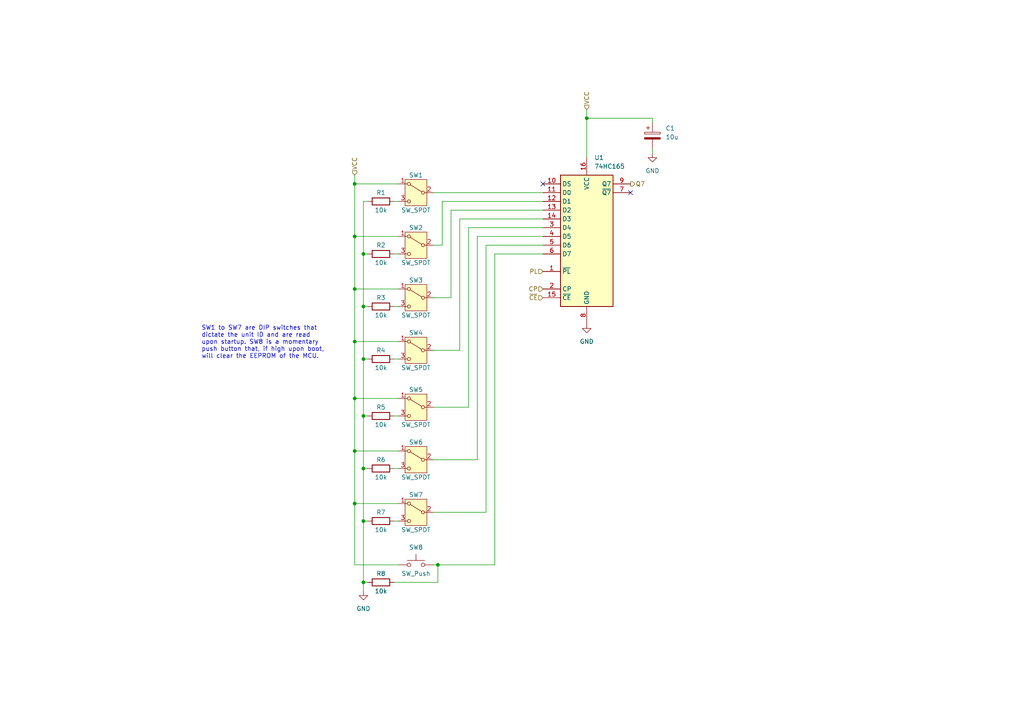
<source format=kicad_sch>
(kicad_sch (version 20230121) (generator eeschema)
  (paper "A4")
  (title_block (title "B1") (date "2024-02-01") (rev "1") (comment 2 "clear EEPROM memory if high at boot time.") (comment 3 "configure the unit ID by toggling the DIP switches. There is also a reset button that will") (comment 4 "The initial state register is used to read a B1 unit's ID upon first boot. The user can"))
  (lib_symbols
    (symbol "74xx:74HC165"
      (property "Reference" "U" (at -7.62 19.05 0))
      (property "Value" "74HC165" (at -7.62 -21.59 0))
      (symbol "74HC165_1_0"
        (pin input line (at -12.7 -10.16 0) (length 5.08) (name "~{PL}") (number "1"))
        (pin input line (at -12.7 15.24 0) (length 5.08) (name "DS") (number "10"))
        (pin input line (at -12.7 12.7 0) (length 5.08) (name "D0") (number "11"))
        (pin input line (at -12.7 10.16 0) (length 5.08) (name "D1") (number "12"))
        (pin input line (at -12.7 7.62 0) (length 5.08) (name "D2") (number "13"))
        (pin input line (at -12.7 5.08 0) (length 5.08) (name "D3") (number "14"))
        (pin input line (at -12.7 -17.78 0) (length 5.08) (name "~{CE}") (number "15"))
        (pin power_in line (at 0 22.86 270) (length 5.08) (name "VCC") (number "16"))
        (pin input line (at -12.7 -15.24 0) (length 5.08) (name "CP") (number "2"))
        (pin input line (at -12.7 2.54 0) (length 5.08) (name "D4") (number "3"))
        (pin input line (at -12.7 0 0) (length 5.08) (name "D5") (number "4"))
        (pin input line (at -12.7 -2.54 0) (length 5.08) (name "D6") (number "5"))
        (pin input line (at -12.7 -5.08 0) (length 5.08) (name "D7") (number "6"))
        (pin output line (at 12.7 12.7 180) (length 5.08) (name "~{Q7}") (number "7"))
        (pin power_in line (at 0 -25.4 90) (length 5.08) (name "GND") (number "8"))
        (pin output line (at 12.7 15.24 180) (length 5.08) (name "Q7") (number "9"))
      )
      (symbol "74HC165_1_1"
        (rectangle (start -7.62 17.78) (end 7.62 -20.32) (stroke (width 0.254)) (fill (type background)))
      )
    )
    (symbol "Device:C_Polarized" (pin_numbers hide) (pin_names (offset 0.254))
      (property "Reference" "C" (at 0.635 2.54 0))
      (property "Value" "C_Polarized" (at 0.635 -2.54 0))
      (symbol "C_Polarized_0_1"
        (rectangle (start -2.286 0.508) (end 2.286 1.016))
        (polyline (pts (xy -1.778 2.286) (xy -0.762 2.286)))
        (polyline (pts (xy -1.27 2.794) (xy -1.27 1.778)))
        (rectangle (start 2.286 -0.508) (end -2.286 -1.016) (fill (type outline)))
      )
      (symbol "C_Polarized_1_1"
        (pin passive line (at 0 3.81 270) (length 2.794) (name "~") (number "1"))
        (pin passive line (at 0 -3.81 90) (length 2.794) (name "~") (number "2"))
      )
    )
    (symbol "Device:R" (pin_numbers hide) (pin_names (offset 0))
      (property "Reference" "R" (at 2.032 0 90))
      (property "Value" "R" (at 0 0 90))
      (symbol "R_0_1"
        (rectangle (start -1.016 -2.54) (end 1.016 2.54) (stroke (width 0.254)))
      )
      (symbol "R_1_1"
        (pin passive line (at 0 3.81 270) (length 1.27) (name "~") (number "1"))
        (pin passive line (at 0 -3.81 90) (length 1.27) (name "~") (number "2"))
      )
    )
    (symbol "Switch:SW_Push" (pin_numbers hide) (pin_names (offset 1.016) hide)
      (property "Reference" "SW" (at 1.27 2.54 0))
      (property "Value" "SW_Push" (at 0 -1.524 0))
      (symbol "SW_Push_0_1"
        (circle (center -2.032 0) (radius 0.508))
        (polyline (pts (xy 0 1.27) (xy 0 3.048)))
        (polyline (pts (xy 2.54 1.27) (xy -2.54 1.27)))
        (circle (center 2.032 0) (radius 0.508))
        (pin passive line (at -5.08 0 0) (length 2.54) (name "1") (number "1"))
        (pin passive line (at 5.08 0 180) (length 2.54) (name "2") (number "2"))
      )
    )
    (symbol "Switch:SW_SPDT" (pin_names (offset 0) hide)
      (property "Reference" "SW" (at 0 5.08 0))
      (property "Value" "SW_SPDT" (at 0 -5.08 0))
      (symbol "SW_SPDT_0_1"
        (circle (center -2.032 0) (radius 0.4572))
        (polyline (pts (xy -1.651 0.254) (xy 1.651 2.286)))
        (circle (center 2.032 -2.54) (radius 0.4572))
        (circle (center 2.032 2.54) (radius 0.4572))
      )
      (symbol "SW_SPDT_1_1"
        (rectangle (start -3.175 3.81) (end 3.175 -3.81) (fill (type background)))
        (pin passive line (at 5.08 2.54 180) (length 2.54) (name "A") (number "1"))
        (pin passive line (at -5.08 0 0) (length 2.54) (name "B") (number "2"))
        (pin passive line (at 5.08 -2.54 180) (length 2.54) (name "C") (number "3"))
      )
    )
    (symbol "power:GND" (power) (pin_names (offset 0))
      (property "Value" "GND" (at 0 -3.81 0))
      (symbol "GND_0_1"
        (polyline (pts (xy 0 0) (xy 0 -1.27) (xy 1.27 -1.27) (xy 0 -2.54) (xy -1.27 -1.27) (xy 0 -1.27)))
      )
      (symbol "GND_1_1"
        (pin power_in line (at 0 0 270) (length 0) hide (name "GND") (number "1"))
      )
    )
  )
  (junction (at 105.41 73.66))
  (junction (at 102.87 53.34))
  (junction (at 105.41 151.13))
  (junction (at 102.87 115.57))
  (junction (at 102.87 130.81))
  (junction (at 102.87 83.82))
  (junction (at 102.87 146.05))
  (junction (at 102.87 99.06))
  (junction (at 105.41 104.14))
  (junction (at 170.18 34.29))
  (junction (at 105.41 120.65))
  (junction (at 105.41 135.89))
  (junction (at 105.41 168.91))
  (junction (at 102.87 68.58))
  (junction (at 105.41 88.9))
  (junction (at 127 163.83))
  (no_connect (at 157.48 53.34))
  (no_connect (at 182.88 55.88))
  (wire (pts (xy 125.73 71.12) (xy 128.27 71.12)))
  (wire (pts (xy 102.87 130.81) (xy 102.87 115.57)))
  (wire (pts (xy 128.27 58.42) (xy 157.48 58.42)))
  (wire (pts (xy 102.87 146.05) (xy 102.87 130.81)))
  (wire (pts (xy 102.87 83.82) (xy 102.87 68.58)))
  (wire (pts (xy 170.18 34.29) (xy 189.23 34.29)))
  (wire (pts (xy 140.97 71.12) (xy 157.48 71.12)))
  (wire (pts (xy 102.87 99.06) (xy 115.57 99.06)))
  (wire (pts (xy 125.73 86.36) (xy 130.81 86.36)))
  (wire (pts (xy 102.87 68.58) (xy 102.87 53.34)))
  (wire (pts (xy 143.51 73.66) (xy 157.48 73.66)))
  (wire (pts (xy 130.81 60.96) (xy 157.48 60.96)))
  (wire (pts (xy 125.73 55.88) (xy 157.48 55.88)))
  (wire (pts (xy 102.87 53.34) (xy 115.57 53.34)))
  (wire (pts (xy 102.87 99.06) (xy 102.87 83.82)))
  (wire (pts (xy 105.41 58.42) (xy 106.68 58.42)))
  (wire (pts (xy 105.41 88.9) (xy 106.68 88.9)))
  (wire (pts (xy 102.87 115.57) (xy 115.57 115.57)))
  (wire (pts (xy 102.87 163.83) (xy 102.87 146.05)))
  (wire (pts (xy 127 168.91) (xy 127 163.83)))
  (wire (pts (xy 170.18 31.75) (xy 170.18 34.29)))
  (wire (pts (xy 189.23 43.18) (xy 189.23 44.45)))
  (wire (pts (xy 125.73 133.35) (xy 138.43 133.35)))
  (wire (pts (xy 105.41 104.14) (xy 106.68 104.14)))
  (wire (pts (xy 105.41 135.89) (xy 105.41 151.13)))
  (wire (pts (xy 125.73 163.83) (xy 127 163.83)))
  (wire (pts (xy 105.41 104.14) (xy 105.41 120.65)))
  (wire (pts (xy 102.87 68.58) (xy 115.57 68.58)))
  (wire (pts (xy 133.35 63.5) (xy 157.48 63.5)))
  (wire (pts (xy 105.41 120.65) (xy 106.68 120.65)))
  (wire (pts (xy 143.51 163.83) (xy 143.51 73.66)))
  (wire (pts (xy 105.41 73.66) (xy 105.41 88.9)))
  (wire (pts (xy 125.73 118.11) (xy 135.89 118.11)))
  (wire (pts (xy 102.87 115.57) (xy 102.87 99.06)))
  (wire (pts (xy 130.81 86.36) (xy 130.81 60.96)))
  (wire (pts (xy 135.89 118.11) (xy 135.89 66.04)))
  (wire (pts (xy 114.3 120.65) (xy 115.57 120.65)))
  (wire (pts (xy 105.41 73.66) (xy 106.68 73.66)))
  (wire (pts (xy 189.23 34.29) (xy 189.23 35.56)))
  (wire (pts (xy 102.87 83.82) (xy 115.57 83.82)))
  (wire (pts (xy 135.89 66.04) (xy 157.48 66.04)))
  (wire (pts (xy 127 163.83) (xy 143.51 163.83)))
  (wire (pts (xy 114.3 58.42) (xy 115.57 58.42)))
  (wire (pts (xy 125.73 148.59) (xy 140.97 148.59)))
  (wire (pts (xy 133.35 101.6) (xy 133.35 63.5)))
  (wire (pts (xy 105.41 120.65) (xy 105.41 135.89)))
  (wire (pts (xy 114.3 104.14) (xy 115.57 104.14)))
  (wire (pts (xy 138.43 133.35) (xy 138.43 68.58)))
  (wire (pts (xy 105.41 151.13) (xy 105.41 168.91)))
  (wire (pts (xy 102.87 130.81) (xy 115.57 130.81)))
  (wire (pts (xy 138.43 68.58) (xy 157.48 68.58)))
  (wire (pts (xy 128.27 71.12) (xy 128.27 58.42)))
  (wire (pts (xy 170.18 34.29) (xy 170.18 45.72)))
  (wire (pts (xy 102.87 146.05) (xy 115.57 146.05)))
  (wire (pts (xy 105.41 135.89) (xy 106.68 135.89)))
  (wire (pts (xy 114.3 135.89) (xy 115.57 135.89)))
  (wire (pts (xy 114.3 88.9) (xy 115.57 88.9)))
  (wire (pts (xy 102.87 50.8) (xy 102.87 53.34)))
  (wire (pts (xy 125.73 101.6) (xy 133.35 101.6)))
  (wire (pts (xy 105.41 88.9) (xy 105.41 104.14)))
  (wire (pts (xy 115.57 163.83) (xy 102.87 163.83)))
  (wire (pts (xy 105.41 58.42) (xy 105.41 73.66)))
  (wire (pts (xy 140.97 148.59) (xy 140.97 71.12)))
  (wire (pts (xy 114.3 168.91) (xy 127 168.91)))
  (wire (pts (xy 114.3 73.66) (xy 115.57 73.66)))
  (wire (pts (xy 105.41 168.91) (xy 106.68 168.91)))
  (wire (pts (xy 105.41 151.13) (xy 106.68 151.13)))
  (wire (pts (xy 114.3 151.13) (xy 115.57 151.13)))
  (wire (pts (xy 105.41 171.45) (xy 105.41 168.91)))
  (text "SW1 to SW7 are DIP switches that\ndictate the unit ID and are read\nupon startup. SW8 is a momentary\npush button that, if high upon boot,\nwill clear the EEPROM of the MCU." (at 58.42 104.14 0) (effects (font (size 1.27 1.27)) (justify left bottom)))
  (hierarchical_label "PL" (shape input) (at 157.48 78.74 180))
  (hierarchical_label "VCC" (shape input) (at 170.18 31.75 90))
  (hierarchical_label "VCC" (shape input) (at 102.87 50.8 90))
  (hierarchical_label "~{CE}" (shape input) (at 157.48 86.36 180))
  (hierarchical_label "CP" (shape input) (at 157.48 83.82 180))
  (hierarchical_label "Q7" (shape output) (at 182.88 53.34 0))
  (symbol (lib_id "power:GND") (at 170.18 93.98 0) (unit 1)
    (property "Reference" "#PWR04" (effects hide))
    (property "Value" "GND" (at 170.18 99.06 0))
  )
  (symbol (lib_id "Switch:SW_SPDT") (at 120.65 148.59 0) (mirror y) (unit 1)
    (property "Reference" "SW7" (at 120.65 143.51 0))
    (property "Value" "SW_SPDT" (at 120.65 153.67 0))
  )
  (symbol (lib_id "Switch:SW_SPDT") (at 120.65 71.12 0) (mirror y) (unit 1)
    (property "Reference" "SW2" (at 120.65 66.04 0))
    (property "Value" "SW_SPDT" (at 120.65 76.2 0))
  )
  (symbol (lib_id "Device:C_Polarized") (at 189.23 39.37 0) (unit 1)
    (property "Reference" "C1" (at 193.04 37.211 0) (effects (justify left)))
    (property "Value" "10u" (at 193.04 39.751 0) (effects (justify left)))
  )
  (symbol (lib_id "Switch:SW_Push") (at 120.65 163.83 0) (unit 1)
    (property "Reference" "SW8" (at 120.65 158.75 0))
    (property "Value" "SW_Push" (at 120.65 166.37 0))
  )
  (symbol (lib_id "Device:R") (at 110.49 120.65 90) (unit 1)
    (property "Reference" "R5" (at 110.49 118.11 90))
    (property "Value" "10k" (at 110.49 123.19 90))
  )
  (symbol (lib_id "Device:R") (at 110.49 135.89 90) (unit 1)
    (property "Reference" "R6" (at 110.49 133.35 90))
    (property "Value" "10k" (at 110.49 138.43 90))
  )
  (symbol (lib_id "Device:R") (at 110.49 168.91 90) (unit 1)
    (property "Reference" "R8" (at 110.49 166.37 90))
    (property "Value" "10k" (at 110.49 171.45 90))
  )
  (symbol (lib_id "Device:R") (at 110.49 104.14 90) (unit 1)
    (property "Reference" "R4" (at 110.49 101.6 90))
    (property "Value" "10k" (at 110.49 106.68 90))
  )
  (symbol (lib_id "power:GND") (at 105.41 171.45 0) (unit 1)
    (property "Reference" "#PWR03" (effects hide))
    (property "Value" "GND" (at 105.41 176.53 0))
  )
  (symbol (lib_id "Switch:SW_SPDT") (at 120.65 55.88 0) (mirror y) (unit 1)
    (property "Reference" "SW1" (at 120.65 50.8 0))
    (property "Value" "SW_SPDT" (at 120.65 60.96 0))
  )
  (symbol (lib_id "power:GND") (at 189.23 44.45 0) (unit 1)
    (property "Reference" "#PWR05" (effects hide))
    (property "Value" "GND" (at 189.23 49.53 0))
  )
  (symbol (lib_id "Device:R") (at 110.49 88.9 90) (unit 1)
    (property "Reference" "R3" (at 110.49 86.36 90))
    (property "Value" "10k" (at 110.49 91.44 90))
  )
  (symbol (lib_id "Switch:SW_SPDT") (at 120.65 86.36 0) (mirror y) (unit 1)
    (property "Reference" "SW3" (at 120.65 81.28 0))
    (property "Value" "SW_SPDT" (at 120.65 91.44 0))
  )
  (symbol (lib_id "Device:R") (at 110.49 58.42 90) (unit 1)
    (property "Reference" "R1" (at 110.49 55.88 90))
    (property "Value" "10k" (at 110.49 60.96 90))
  )
  (symbol (lib_id "Switch:SW_SPDT") (at 120.65 133.35 0) (mirror y) (unit 1)
    (property "Reference" "SW6" (at 120.65 128.27 0))
    (property "Value" "SW_SPDT" (at 120.65 138.43 0))
  )
  (symbol (lib_id "Switch:SW_SPDT") (at 120.65 118.11 0) (mirror y) (unit 1)
    (property "Reference" "SW5" (at 120.65 113.03 0))
    (property "Value" "SW_SPDT" (at 120.65 123.19 0))
  )
  (symbol (lib_id "Device:R") (at 110.49 151.13 90) (unit 1)
    (property "Reference" "R7" (at 110.49 148.59 90))
    (property "Value" "10k" (at 110.49 153.67 90))
  )
  (symbol (lib_id "Switch:SW_SPDT") (at 120.65 101.6 0) (mirror y) (unit 1)
    (property "Reference" "SW4" (at 120.65 96.52 0))
    (property "Value" "SW_SPDT" (at 120.65 106.68 0))
  )
  (symbol (lib_id "74xx:74HC165") (at 170.18 68.58 0) (unit 1)
    (property "Reference" "U1" (at 172.3741 45.72 0) (effects (justify left)))
    (property "Value" "74HC165" (at 172.3741 48.26 0) (effects (justify left)))
    (property "Datasheet" "https://assets.nexperia.com/documents/data-sheet/74HC_HCT165.pdf" (effects hide))
  )
  (symbol (lib_id "Device:R") (at 110.49 73.66 90) (unit 1)
    (property "Reference" "R2" (at 110.49 71.12 90))
    (property "Value" "10k" (at 110.49 76.2 90))
  )
)
</source>
